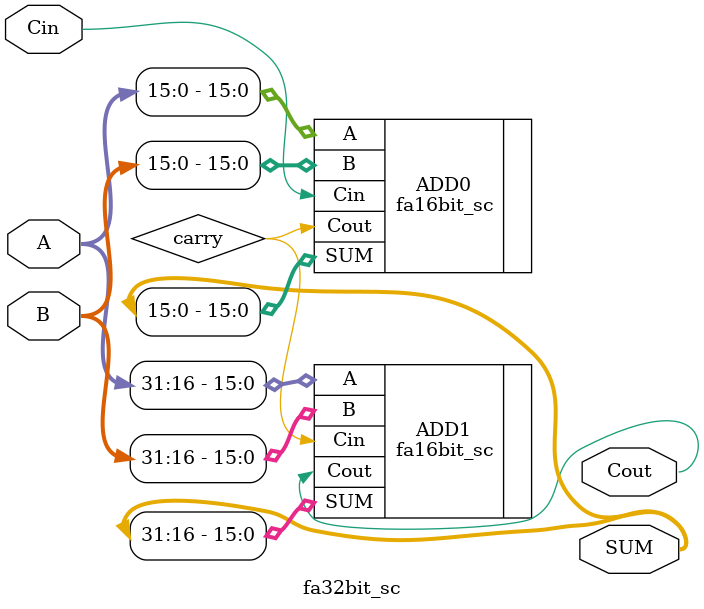
<source format=v>
`timescale 1ns / 1ps
module fa32bit_sc(
    input [31:0] A,      // 32-bit input A
    input [31:0] B,      // 32-bit input B
    input Cin,           // Carry-in
    output [31:0] SUM,   // 32-bit sum output
    output Cout          // Carry-out
);
    wire carry;          // Internal carry wire

    // Instantiate two 16-bit adders
    fa16bit_sc ADD0(
        .A(A[15:0]),
        .B(B[15:0]),
        .Cin(Cin),
        .SUM(SUM[15:0]),
        .Cout(carry)
    );
    fa16bit_sc ADD1(
        .A(A[31:16]),
        .B(B[31:16]),
        .Cin(carry),
        .SUM(SUM[31:16]),
        .Cout(Cout)
    );

endmodule

</source>
